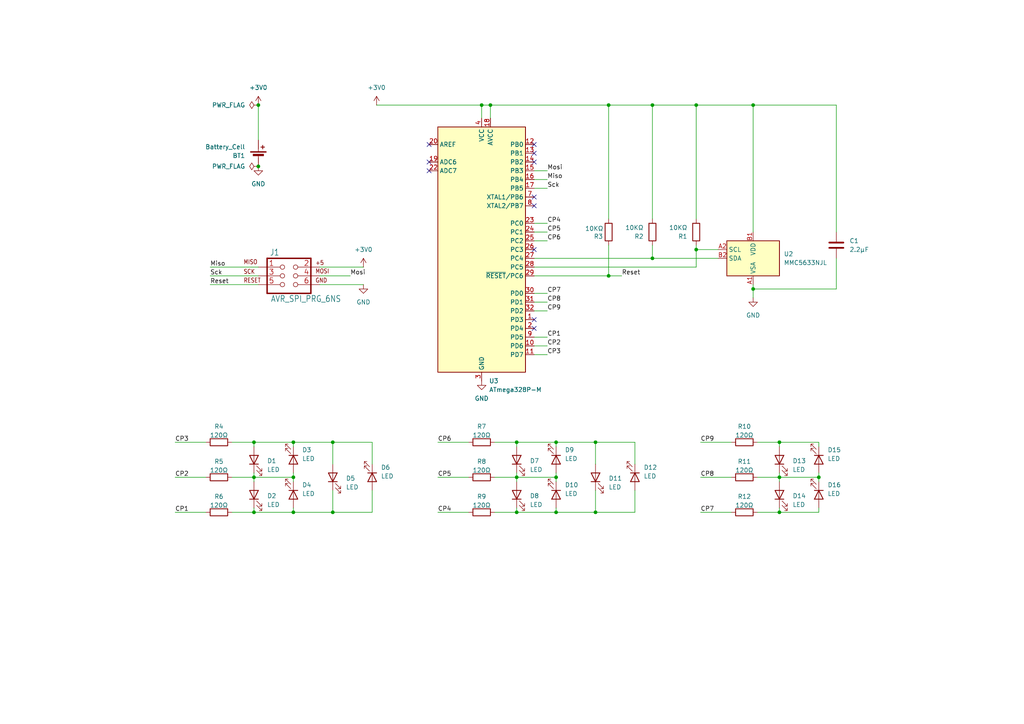
<source format=kicad_sch>
(kicad_sch (version 20250114) (generator "eeschema") (generator_version "9.0")
  (paper "A4")
  (lib_symbols
    (symbol "Device:Battery_Cell" (pin_numbers (hide yes)) (pin_names (offset 0) (hide yes))
      (property "Reference" "BT" (at 2.54 2.54 0))
      (property "Value" "Battery_Cell" (at 2.54 0 0))
      (symbol "Battery_Cell_0_1"
        (rectangle (start -2.286 1.778) (end 2.286 1.524) (fill (type outline)))
        (rectangle (start -1.524 1.016) (end 1.524 0.508) (fill (type outline)))
        (polyline (pts (xy 0 1.778) (xy 0 2.54)))
        (polyline (pts (xy 0 0.762) (xy 0 0)))
        (polyline (pts (xy 0.762 3.048) (xy 1.778 3.048)) (stroke (width 0.254)))
        (polyline (pts (xy 1.27 3.556) (xy 1.27 2.54)) (stroke (width 0.254)))
      )
      (symbol "Battery_Cell_1_1"
        (pin passive line (at 0 5.08 270) (length 2.54) (name "+") (number "1"))
        (pin passive line (at 0 -2.54 90) (length 2.54) (name "-") (number "2"))
      )
    )
    (symbol "Device:C" (pin_numbers (hide yes)) (pin_names (offset 0.254))
      (property "Reference" "C" (at 0.635 2.54 0))
      (property "Value" "C" (at 0.635 -2.54 0))
      (symbol "C_0_1"
        (polyline (pts (xy -2.032 0.762) (xy 2.032 0.762)) (stroke (width 0.508)))
        (polyline (pts (xy -2.032 -0.762) (xy 2.032 -0.762)) (stroke (width 0.508)))
      )
      (symbol "C_1_1"
        (pin passive line (at 0 3.81 270) (length 2.794) (name "~") (number "1"))
        (pin passive line (at 0 -3.81 90) (length 2.794) (name "~") (number "2"))
      )
    )
    (symbol "Device:LED" (pin_numbers (hide yes)) (pin_names (offset 1.016) (hide yes))
      (property "Reference" "D" (at 0 2.54 0))
      (property "Value" "LED" (at 0 -2.54 0))
      (symbol "LED_0_1"
        (polyline (pts (xy -3.048 -0.762) (xy -4.572 -2.286) (xy -3.81 -2.286) (xy -4.572 -2.286) (xy -4.572 -1.524)))
        (polyline (pts (xy -1.778 -0.762) (xy -3.302 -2.286) (xy -2.54 -2.286) (xy -3.302 -2.286) (xy -3.302 -1.524)))
        (polyline (pts (xy -1.27 0) (xy 1.27 0)))
        (polyline (pts (xy -1.27 -1.27) (xy -1.27 1.27)) (stroke (width 0.254)))
        (polyline (pts (xy 1.27 -1.27) (xy 1.27 1.27) (xy -1.27 0) (xy 1.27 -1.27)) (stroke (width 0.254)))
      )
      (symbol "LED_1_1"
        (pin passive line (at -3.81 0 0) (length 2.54) (name "K") (number "1"))
        (pin passive line (at 3.81 0 180) (length 2.54) (name "A") (number "2"))
      )
    )
    (symbol "Device:R" (pin_numbers (hide yes)) (pin_names (offset 0))
      (property "Reference" "R" (at 2.032 0 90))
      (property "Value" "R" (at 0 0 90))
      (symbol "R_0_1"
        (rectangle (start -1.016 -2.54) (end 1.016 2.54) (stroke (width 0.254)))
      )
      (symbol "R_1_1"
        (pin passive line (at 0 3.81 270) (length 1.27) (name "~") (number "1"))
        (pin passive line (at 0 -3.81 90) (length 1.27) (name "~") (number "2"))
      )
    )
    (symbol "KeyChaininoTHT-eagle-import:AVR_SPI_PRG_6NS"
      (property "Reference" "J" (at -4.318 5.842 0))
      (symbol "AVR_SPI_PRG_6NS_1_0"
        (polyline (pts (xy -5.08 5.08) (xy -5.08 -5.08)) (stroke (width 0.4064)))
        (polyline (pts (xy -5.08 -5.08) (xy 7.62 -5.08)) (stroke (width 0.4064)))
        (polyline (pts (xy 7.62 5.08) (xy -5.08 5.08)) (stroke (width 0.4064)))
        (polyline (pts (xy 7.62 -5.08) (xy 7.62 5.08)) (stroke (width 0.4064)))
        (text "MISO" (at -11.938 3.302 0) (effects (font (size 1.27 1.0795)) (justify left bottom)))
        (text "SCK" (at -11.938 0.508 0) (effects (font (size 1.27 1.0795)) (justify left bottom)))
        (text "RESET" (at -11.938 -2.032 0) (effects (font (size 1.27 1.0795)) (justify left bottom)))
        (text "+5" (at 8.89 3.048 0) (effects (font (size 1.27 1.0795)) (justify left bottom)))
        (text "MOSI" (at 8.89 0.635 0) (effects (font (size 1.27 1.0795)) (justify left bottom)))
        (text "GND" (at 8.89 -2.032 0) (effects (font (size 1.27 1.0795)) (justify left bottom)))
        (pin passive inverted (at -7.62 2.54 0) (length 7.62) (name "1") (number "1"))
        (pin passive inverted (at -7.62 0 0) (length 7.62) (name "3") (number "3"))
        (pin passive inverted (at -7.62 -2.54 0) (length 7.62) (name "5") (number "5"))
        (pin passive inverted (at 10.16 2.54 180) (length 7.62) (name "2") (number "2"))
        (pin passive inverted (at 10.16 0 180) (length 7.62) (name "4") (number "4"))
        (pin passive inverted (at 10.16 -2.54 180) (length 7.62) (name "6") (number "6"))
      )
    )
    (symbol "MCU_Microchip_ATmega:ATmega328P-M"
      (property "Reference" "U" (at -12.7 36.83 0))
      (property "Value" "ATmega328P-M" (at 2.54 -36.83 0))
      (symbol "ATmega328P-M_0_1"
        (rectangle (start -12.7 -35.56) (end 12.7 35.56) (stroke (width 0.254)) (fill (type background)))
      )
      (symbol "ATmega328P-M_1_1"
        (pin passive line (at -15.24 30.48 0) (length 2.54) (name "AREF") (number "20"))
        (pin input line (at -15.24 25.4 0) (length 2.54) (name "ADC6") (number "19"))
        (pin input line (at -15.24 22.86 0) (length 2.54) (name "ADC7") (number "22"))
        (pin power_in line (at 0 38.1 270) (length 2.54) (name "VCC") (number "4"))
        (pin passive line (at 0 38.1 270) (length 2.54) (hide yes) (name "VCC") (number "6"))
        (pin passive line (at 0 -38.1 90) (length 2.54) (hide yes) (name "GND") (number "21"))
        (pin power_in line (at 0 -38.1 90) (length 2.54) (name "GND") (number "3"))
        (pin passive line (at 0 -38.1 90) (length 2.54) (hide yes) (name "GND") (number "33"))
        (pin passive line (at 0 -38.1 90) (length 2.54) (hide yes) (name "GND") (number "5"))
        (pin power_in line (at 2.54 38.1 270) (length 2.54) (name "AVCC") (number "18"))
        (pin bidirectional line (at 15.24 30.48 180) (length 2.54) (name "PB0") (number "12"))
        (pin bidirectional line (at 15.24 27.94 180) (length 2.54) (name "PB1") (number "13"))
        (pin bidirectional line (at 15.24 25.4 180) (length 2.54) (name "PB2") (number "14"))
        (pin bidirectional line (at 15.24 22.86 180) (length 2.54) (name "PB3") (number "15"))
        (pin bidirectional line (at 15.24 20.32 180) (length 2.54) (name "PB4") (number "16"))
        (pin bidirectional line (at 15.24 17.78 180) (length 2.54) (name "PB5") (number "17"))
        (pin bidirectional line (at 15.24 15.24 180) (length 2.54) (name "XTAL1/PB6") (number "7"))
        (pin bidirectional line (at 15.24 12.7 180) (length 2.54) (name "XTAL2/PB7") (number "8"))
        (pin bidirectional line (at 15.24 7.62 180) (length 2.54) (name "PC0") (number "23"))
        (pin bidirectional line (at 15.24 5.08 180) (length 2.54) (name "PC1") (number "24"))
        (pin bidirectional line (at 15.24 2.54 180) (length 2.54) (name "PC2") (number "25"))
        (pin bidirectional line (at 15.24 0 180) (length 2.54) (name "PC3") (number "26"))
        (pin bidirectional line (at 15.24 -2.54 180) (length 2.54) (name "PC4") (number "27"))
        (pin bidirectional line (at 15.24 -5.08 180) (length 2.54) (name "PC5") (number "28"))
        (pin bidirectional line (at 15.24 -7.62 180) (length 2.54) (name "~{RESET}/PC6") (number "29"))
        (pin bidirectional line (at 15.24 -12.7 180) (length 2.54) (name "PD0") (number "30"))
        (pin bidirectional line (at 15.24 -15.24 180) (length 2.54) (name "PD1") (number "31"))
        (pin bidirectional line (at 15.24 -17.78 180) (length 2.54) (name "PD2") (number "32"))
        (pin bidirectional line (at 15.24 -20.32 180) (length 2.54) (name "PD3") (number "1"))
        (pin bidirectional line (at 15.24 -22.86 180) (length 2.54) (name "PD4") (number "2"))
        (pin bidirectional line (at 15.24 -25.4 180) (length 2.54) (name "PD5") (number "9"))
        (pin bidirectional line (at 15.24 -27.94 180) (length 2.54) (name "PD6") (number "10"))
        (pin bidirectional line (at 15.24 -30.48 180) (length 2.54) (name "PD7") (number "11"))
      )
    )
    (symbol "Sensor_Magnetic:MMC5633NJL"
      (property "Reference" "U" (at -2.54 8.255 0))
      (property "Value" "MMC5633NJL" (at -2.54 6.35 0))
      (symbol "MMC5633NJL_0_1"
        (rectangle (start -7.62 -5.08) (end 7.62 5.08) (stroke (width 0.254)) (fill (type background)))
      )
      (symbol "MMC5633NJL_1_1"
        (pin input line (at -10.16 2.54 0) (length 2.54) (name "SCL") (number "A2"))
        (pin bidirectional line (at -10.16 0 0) (length 2.54) (name "SDA") (number "B2"))
        (pin power_in line (at 0 7.62 270) (length 2.54) (name "VDD") (number "B1"))
        (pin power_in line (at 0 -7.62 90) (length 2.54) (name "VSA") (number "A1"))
      )
    )
    (symbol "power:+3V0" (power) (pin_numbers (hide yes)) (pin_names (offset 0) (hide yes))
      (property "Value" "+3V0" (at 0 3.556 0))
      (symbol "+3V0_0_1"
        (polyline (pts (xy -0.762 1.27) (xy 0 2.54)))
        (polyline (pts (xy 0 2.54) (xy 0.762 1.27)))
        (polyline (pts (xy 0 0) (xy 0 2.54)))
      )
      (symbol "+3V0_1_1"
        (pin power_in line (at 0 0 90) (length 0) (name "~") (number "1"))
      )
    )
    (symbol "power:GND" (power) (pin_numbers (hide yes)) (pin_names (offset 0) (hide yes))
      (property "Value" "GND" (at 0 -3.81 0))
      (symbol "GND_0_1"
        (polyline (pts (xy 0 0) (xy 0 -1.27) (xy 1.27 -1.27) (xy 0 -2.54) (xy -1.27 -1.27) (xy 0 -1.27)))
      )
      (symbol "GND_1_1"
        (pin power_in line (at 0 0 270) (length 0) (name "~") (number "1"))
      )
    )
    (symbol "power:PWR_FLAG" (power) (pin_numbers (hide yes)) (pin_names (offset 0) (hide yes))
      (property "Value" "PWR_FLAG" (at 0 3.81 0))
      (symbol "PWR_FLAG_0_0"
        (pin power_out line (at 0 0 90) (length 0) (name "~") (number "1"))
      )
      (symbol "PWR_FLAG_0_1"
        (polyline (pts (xy 0 0) (xy 0 1.27) (xy -1.016 1.905) (xy 0 2.54) (xy 1.016 1.905) (xy 0 1.27)))
      )
    )
  )
  (junction (at 161.29 128.27))
  (junction (at 142.24 30.48))
  (junction (at 74.93 48.26))
  (junction (at 85.09 138.43))
  (junction (at 218.44 30.48))
  (junction (at 73.66 138.43))
  (junction (at 172.72 148.59))
  (junction (at 226.06 138.43))
  (junction (at 139.7 30.48))
  (junction (at 189.23 74.93))
  (junction (at 74.93 30.48))
  (junction (at 226.06 128.27))
  (junction (at 96.52 128.27))
  (junction (at 218.44 83.82))
  (junction (at 237.49 138.43))
  (junction (at 189.23 30.48))
  (junction (at 96.52 148.59))
  (junction (at 73.66 148.59))
  (junction (at 149.86 138.43))
  (junction (at 85.09 148.59))
  (junction (at 149.86 148.59))
  (junction (at 161.29 148.59))
  (junction (at 161.29 138.43))
  (junction (at 176.53 30.48))
  (junction (at 73.66 128.27))
  (junction (at 226.06 148.59))
  (junction (at 201.93 72.39))
  (junction (at 85.09 128.27))
  (junction (at 201.93 30.48))
  (junction (at 172.72 128.27))
  (junction (at 149.86 128.27))
  (junction (at 176.53 80.01))
  (no_connect (at 154.94 44.45))
  (no_connect (at 154.94 57.15))
  (no_connect (at 154.94 92.71))
  (no_connect (at 154.94 59.69))
  (no_connect (at 124.46 46.99))
  (no_connect (at 154.94 95.25))
  (no_connect (at 154.94 72.39))
  (no_connect (at 124.46 41.91))
  (no_connect (at 154.94 41.91))
  (no_connect (at 154.94 46.99))
  (no_connect (at 124.46 49.53))
  (wire (pts (xy 172.72 142.24) (xy 172.72 148.59)))
  (wire (pts (xy 161.29 138.43) (xy 149.86 138.43)))
  (wire (pts (xy 92.71 82.55) (xy 105.41 82.55)))
  (wire (pts (xy 218.44 83.82) (xy 218.44 86.36)))
  (wire (pts (xy 237.49 138.43) (xy 226.06 138.43)))
  (wire (pts (xy 154.94 80.01) (xy 176.53 80.01)))
  (wire (pts (xy 172.72 128.27) (xy 184.15 128.27)))
  (wire (pts (xy 92.71 77.47) (xy 105.41 77.47)))
  (wire (pts (xy 237.49 137.16) (xy 237.49 138.43)))
  (wire (pts (xy 237.49 147.32) (xy 237.49 148.59)))
  (wire (pts (xy 189.23 30.48) (xy 201.93 30.48)))
  (wire (pts (xy 149.86 138.43) (xy 149.86 139.7)))
  (wire (pts (xy 73.66 138.43) (xy 73.66 139.7)))
  (wire (pts (xy 73.66 147.32) (xy 73.66 148.59)))
  (wire (pts (xy 107.95 148.59) (xy 96.52 148.59)))
  (wire (pts (xy 73.66 128.27) (xy 85.09 128.27)))
  (wire (pts (xy 158.75 49.53) (xy 154.94 49.53)))
  (wire (pts (xy 154.94 100.33) (xy 158.75 100.33)))
  (wire (pts (xy 176.53 71.12) (xy 176.53 80.01)))
  (wire (pts (xy 161.29 137.16) (xy 161.29 138.43)))
  (wire (pts (xy 143.51 128.27) (xy 149.86 128.27)))
  (wire (pts (xy 226.06 138.43) (xy 219.71 138.43)))
  (wire (pts (xy 149.86 138.43) (xy 143.51 138.43)))
  (wire (pts (xy 149.86 137.16) (xy 149.86 138.43)))
  (wire (pts (xy 96.52 128.27) (xy 96.52 134.62)))
  (wire (pts (xy 237.49 128.27) (xy 237.49 129.54)))
  (wire (pts (xy 109.22 30.48) (xy 139.7 30.48)))
  (wire (pts (xy 85.09 128.27) (xy 96.52 128.27)))
  (wire (pts (xy 201.93 72.39) (xy 208.28 72.39)))
  (wire (pts (xy 154.94 97.79) (xy 158.75 97.79)))
  (wire (pts (xy 242.57 83.82) (xy 218.44 83.82)))
  (wire (pts (xy 219.71 128.27) (xy 226.06 128.27)))
  (wire (pts (xy 73.66 137.16) (xy 73.66 138.43)))
  (wire (pts (xy 96.52 142.24) (xy 96.52 148.59)))
  (wire (pts (xy 149.86 147.32) (xy 149.86 148.59)))
  (wire (pts (xy 73.66 138.43) (xy 67.31 138.43)))
  (wire (pts (xy 149.86 128.27) (xy 149.86 129.54)))
  (wire (pts (xy 85.09 137.16) (xy 85.09 138.43)))
  (wire (pts (xy 184.15 148.59) (xy 172.72 148.59)))
  (wire (pts (xy 50.8 148.59) (xy 59.69 148.59)))
  (wire (pts (xy 60.96 77.47) (xy 74.93 77.47)))
  (wire (pts (xy 189.23 74.93) (xy 208.28 74.93)))
  (wire (pts (xy 242.57 30.48) (xy 242.57 67.31)))
  (wire (pts (xy 154.94 102.87) (xy 158.75 102.87)))
  (wire (pts (xy 226.06 147.32) (xy 226.06 148.59)))
  (wire (pts (xy 96.52 128.27) (xy 107.95 128.27)))
  (wire (pts (xy 107.95 128.27) (xy 107.95 134.62)))
  (wire (pts (xy 154.94 52.07) (xy 158.75 52.07)))
  (wire (pts (xy 237.49 138.43) (xy 237.49 139.7)))
  (wire (pts (xy 154.94 90.17) (xy 158.75 90.17)))
  (wire (pts (xy 237.49 148.59) (xy 226.06 148.59)))
  (wire (pts (xy 67.31 128.27) (xy 73.66 128.27)))
  (wire (pts (xy 154.94 67.31) (xy 158.75 67.31)))
  (wire (pts (xy 201.93 30.48) (xy 201.93 63.5)))
  (wire (pts (xy 176.53 30.48) (xy 176.53 63.5)))
  (wire (pts (xy 73.66 148.59) (xy 67.31 148.59)))
  (wire (pts (xy 73.66 128.27) (xy 73.66 129.54)))
  (wire (pts (xy 161.29 138.43) (xy 161.29 139.7)))
  (wire (pts (xy 154.94 69.85) (xy 158.75 69.85)))
  (wire (pts (xy 184.15 142.24) (xy 184.15 148.59)))
  (wire (pts (xy 176.53 30.48) (xy 189.23 30.48)))
  (wire (pts (xy 226.06 128.27) (xy 237.49 128.27)))
  (wire (pts (xy 139.7 30.48) (xy 139.7 34.29)))
  (wire (pts (xy 226.06 128.27) (xy 226.06 129.54)))
  (wire (pts (xy 74.93 30.48) (xy 74.93 40.64)))
  (wire (pts (xy 226.06 138.43) (xy 226.06 139.7)))
  (wire (pts (xy 203.2 128.27) (xy 212.09 128.27)))
  (wire (pts (xy 127 148.59) (xy 135.89 148.59)))
  (wire (pts (xy 218.44 82.55) (xy 218.44 83.82)))
  (wire (pts (xy 161.29 128.27) (xy 161.29 129.54)))
  (wire (pts (xy 203.2 148.59) (xy 212.09 148.59)))
  (wire (pts (xy 60.96 82.55) (xy 74.93 82.55)))
  (wire (pts (xy 154.94 87.63) (xy 158.75 87.63)))
  (wire (pts (xy 127 138.43) (xy 135.89 138.43)))
  (wire (pts (xy 176.53 80.01) (xy 180.34 80.01)))
  (wire (pts (xy 60.96 80.01) (xy 74.93 80.01)))
  (wire (pts (xy 149.86 148.59) (xy 143.51 148.59)))
  (wire (pts (xy 139.7 30.48) (xy 142.24 30.48)))
  (wire (pts (xy 149.86 128.27) (xy 161.29 128.27)))
  (wire (pts (xy 226.06 148.59) (xy 219.71 148.59)))
  (wire (pts (xy 154.94 54.61) (xy 158.75 54.61)))
  (wire (pts (xy 96.52 148.59) (xy 85.09 148.59)))
  (wire (pts (xy 85.09 128.27) (xy 85.09 129.54)))
  (wire (pts (xy 154.94 64.77) (xy 158.75 64.77)))
  (wire (pts (xy 242.57 74.93) (xy 242.57 83.82)))
  (wire (pts (xy 172.72 148.59) (xy 161.29 148.59)))
  (wire (pts (xy 85.09 138.43) (xy 73.66 138.43)))
  (wire (pts (xy 189.23 30.48) (xy 189.23 63.5)))
  (wire (pts (xy 50.8 128.27) (xy 59.69 128.27)))
  (wire (pts (xy 50.8 138.43) (xy 59.69 138.43)))
  (wire (pts (xy 85.09 147.32) (xy 85.09 148.59)))
  (wire (pts (xy 201.93 77.47) (xy 201.93 72.39)))
  (wire (pts (xy 184.15 128.27) (xy 184.15 134.62)))
  (wire (pts (xy 107.95 142.24) (xy 107.95 148.59)))
  (wire (pts (xy 154.94 74.93) (xy 189.23 74.93)))
  (wire (pts (xy 172.72 128.27) (xy 172.72 134.62)))
  (wire (pts (xy 189.23 71.12) (xy 189.23 74.93)))
  (wire (pts (xy 154.94 77.47) (xy 201.93 77.47)))
  (wire (pts (xy 201.93 71.12) (xy 201.93 72.39)))
  (wire (pts (xy 142.24 30.48) (xy 142.24 34.29)))
  (wire (pts (xy 154.94 85.09) (xy 158.75 85.09)))
  (wire (pts (xy 201.93 30.48) (xy 218.44 30.48)))
  (wire (pts (xy 142.24 30.48) (xy 176.53 30.48)))
  (wire (pts (xy 85.09 138.43) (xy 85.09 139.7)))
  (wire (pts (xy 161.29 128.27) (xy 172.72 128.27)))
  (wire (pts (xy 203.2 138.43) (xy 212.09 138.43)))
  (wire (pts (xy 218.44 30.48) (xy 242.57 30.48)))
  (wire (pts (xy 218.44 30.48) (xy 218.44 67.31)))
  (wire (pts (xy 85.09 148.59) (xy 73.66 148.59)))
  (wire (pts (xy 127 128.27) (xy 135.89 128.27)))
  (wire (pts (xy 161.29 148.59) (xy 149.86 148.59)))
  (wire (pts (xy 226.06 137.16) (xy 226.06 138.43)))
  (wire (pts (xy 161.29 147.32) (xy 161.29 148.59)))
  (wire (pts (xy 92.71 80.01) (xy 101.6 80.01)))
  (label "Reset" (at 180.34 80.01 0))
  (label "CP2" (at 50.8 138.43 0))
  (label "Mosi" (at 158.75 49.53 0))
  (label "CP3" (at 158.75 102.87 0))
  (label "CP6" (at 127 128.27 0))
  (label "CP9" (at 203.2 128.27 0))
  (label "Miso" (at 60.96 77.47 0))
  (label "CP8" (at 203.2 138.43 0))
  (label "CP2" (at 158.75 100.33 0))
  (label "Sck" (at 60.96 80.01 0))
  (label "Reset" (at 60.96 82.55 0))
  (label "CP1" (at 158.75 97.79 0))
  (label "CP1" (at 50.8 148.59 0))
  (label "CP7" (at 203.2 148.59 0))
  (label "CP5" (at 127 138.43 0))
  (label "CP6" (at 158.75 69.85 0))
  (label "CP3" (at 50.8 128.27 0))
  (label "CP8" (at 158.75 87.63 0))
  (label "CP4" (at 127 148.59 0))
  (label "Mosi" (at 101.6 80.01 0))
  (label "CP4" (at 158.75 64.77 0))
  (label "Miso" (at 158.75 52.07 0))
  (label "CP7" (at 158.75 85.09 0))
  (label "CP9" (at 158.75 90.17 0))
  (label "CP5" (at 158.75 67.31 0))
  (label "Sck" (at 158.75 54.61 0))
  (symbol (lib_id "Device:LED") (at 161.29 143.51 270) (unit 1)
    (property "Reference" "D10" (at 163.83 140.6524 90) (effects (justify left)))
    (property "Value" "LED" (at 163.83 143.1924 90) (effects (justify left)))
    (property "Footprint" "LED_SMD:LED_01005_0402Metric_Pad0.57x0.30mm_HandSolder" (effects (hide yes)))
    (property "Description" "Light emitting diode" (effects (hide yes)))
    (property "Sim.Pins" "1=K 2=A" (effects (hide yes)))
  )
  (symbol (lib_id "Device:R") (at 215.9 148.59 270) (unit 1)
    (property "Reference" "R12" (at 215.9 144.018 90))
    (property "Value" "120Ω" (at 215.9 146.558 90))
    (property "Footprint" "Resistor_SMD:R_0402_1005Metric_Pad0.72x0.64mm_HandSolder" (effects (hide yes)))
    (property "Description" "Resistor" (effects (hide yes)))
  )
  (symbol (lib_id "power:+3V0") (at 109.22 30.48 0) (unit 1)
    (property "Reference" "#PWR03" (effects (hide yes)))
    (property "Value" "+3V0" (at 109.22 25.4 0))
    (property "Description" "Power symbol creates a global label with name \"+3V0\"" (effects (hide yes)))
  )
  (symbol (lib_id "Device:R") (at 215.9 138.43 270) (unit 1)
    (property "Reference" "R11" (at 215.9 133.858 90))
    (property "Value" "120Ω" (at 215.9 136.398 90))
    (property "Footprint" "Resistor_SMD:R_0402_1005Metric_Pad0.72x0.64mm_HandSolder" (effects (hide yes)))
    (property "Description" "Resistor" (effects (hide yes)))
  )
  (symbol (lib_id "power:+3V0") (at 105.41 77.47 0) (unit 1)
    (property "Reference" "#PWR05" (effects (hide yes)))
    (property "Value" "+3V0" (at 105.41 72.39 0))
    (property "Description" "Power symbol creates a global label with name \"+3V0\"" (effects (hide yes)))
  )
  (symbol (lib_id "Device:LED") (at 226.06 143.51 90) (unit 1)
    (property "Reference" "D14" (at 229.87 143.8274 90) (effects (justify right)))
    (property "Value" "LED" (at 229.87 146.3674 90) (effects (justify right)))
    (property "Footprint" "LED_SMD:LED_01005_0402Metric_Pad0.57x0.30mm_HandSolder" (effects (hide yes)))
    (property "Description" "Light emitting diode" (effects (hide yes)))
    (property "Sim.Pins" "1=K 2=A" (effects (hide yes)))
  )
  (symbol (lib_id "Device:R") (at 63.5 148.59 270) (unit 1)
    (property "Reference" "R6" (at 63.5 144.018 90))
    (property "Value" "120Ω" (at 63.5 146.558 90))
    (property "Footprint" "Resistor_SMD:R_0402_1005Metric_Pad0.72x0.64mm_HandSolder" (effects (hide yes)))
    (property "Description" "Resistor" (effects (hide yes)))
  )
  (symbol (lib_id "Device:LED") (at 172.72 138.43 90) (unit 1)
    (property "Reference" "D11" (at 176.53 138.7474 90) (effects (justify right)))
    (property "Value" "LED" (at 176.53 141.2874 90) (effects (justify right)))
    (property "Footprint" "LED_SMD:LED_01005_0402Metric_Pad0.57x0.30mm_HandSolder" (effects (hide yes)))
    (property "Description" "Light emitting diode" (effects (hide yes)))
    (property "Sim.Pins" "1=K 2=A" (effects (hide yes)))
  )
  (symbol (lib_id "Device:C") (at 242.57 71.12 0) (unit 1)
    (property "Reference" "C1" (at 246.38 69.8499 0) (effects (justify left)))
    (property "Value" "2.2µF" (at 246.38 72.3899 0) (effects (justify left)))
    (property "Footprint" "Capacitor_SMD:C_01005_0402Metric_Pad0.57x0.30mm_HandSolder" (effects (hide yes)))
    (property "Description" "Unpolarized capacitor" (effects (hide yes)))
  )
  (symbol (lib_id "Device:R") (at 176.53 67.31 0) (mirror x) (unit 1)
    (property "Reference" "R3" (at 172.212 68.58 0) (effects (justify left)))
    (property "Value" "10KΩ" (at 169.672 66.294 0) (effects (justify left)))
    (property "Footprint" "Resistor_SMD:R_0402_1005Metric_Pad0.72x0.64mm_HandSolder" (effects (hide yes)))
    (property "Description" "Resistor" (effects (hide yes)))
  )
  (symbol (lib_id "Device:R") (at 139.7 128.27 270) (unit 1)
    (property "Reference" "R7" (at 139.7 123.698 90))
    (property "Value" "120Ω" (at 139.7 126.238 90))
    (property "Footprint" "Resistor_SMD:R_0402_1005Metric_Pad0.72x0.64mm_HandSolder" (effects (hide yes)))
    (property "Description" "Resistor" (effects (hide yes)))
  )
  (symbol (lib_id "Device:LED") (at 184.15 138.43 270) (unit 1)
    (property "Reference" "D12" (at 186.69 135.5724 90) (effects (justify left)))
    (property "Value" "LED" (at 186.69 138.1124 90) (effects (justify left)))
    (property "Footprint" "LED_SMD:LED_01005_0402Metric_Pad0.57x0.30mm_HandSolder" (effects (hide yes)))
    (property "Description" "Light emitting diode" (effects (hide yes)))
    (property "Sim.Pins" "1=K 2=A" (effects (hide yes)))
  )
  (symbol (lib_id "Sensor_Magnetic:MMC5633NJL") (at 218.44 74.93 0) (unit 1)
    (property "Reference" "U2" (at 227.33 73.6599 0) (effects (justify left)))
    (property "Value" "MMC5633NJL" (at 227.33 76.1999 0) (effects (justify left)))
    (property "Footprint" "Package_BGA:WLP-4_0.86x0.86mm_P0.4mm" (effects (hide yes)))
    (property "Datasheet" "http://www.memsic.com/uploadfiles/2020/08/20200827165106864.pdf" (effects (hide yes)))
    (property "Description" "3-axis AMR Magnetometer, 30 G, I2C & I3C  Interface, 2mG RMS, WLP-4" (effects (hide yes)))
  )
  (symbol (lib_id "Device:LED") (at 96.52 138.43 90) (unit 1)
    (property "Reference" "D5" (at 100.33 138.7474 90) (effects (justify right)))
    (property "Value" "LED" (at 100.33 141.2874 90) (effects (justify right)))
    (property "Footprint" "LED_SMD:LED_01005_0402Metric_Pad0.57x0.30mm_HandSolder" (effects (hide yes)))
    (property "Description" "Light emitting diode" (effects (hide yes)))
    (property "Sim.Pins" "1=K 2=A" (effects (hide yes)))
  )
  (symbol (lib_id "Device:LED") (at 161.29 133.35 270) (unit 1)
    (property "Reference" "D9" (at 163.83 130.4924 90) (effects (justify left)))
    (property "Value" "LED" (at 163.83 133.0324 90) (effects (justify left)))
    (property "Footprint" "LED_SMD:LED_01005_0402Metric_Pad0.57x0.30mm_HandSolder" (effects (hide yes)))
    (property "Description" "Light emitting diode" (effects (hide yes)))
    (property "Sim.Pins" "1=K 2=A" (effects (hide yes)))
  )
  (symbol (lib_id "MCU_Microchip_ATmega:ATmega328P-M") (at 139.7 72.39 0) (unit 1)
    (property "Reference" "U3" (at 141.8433 110.49 0) (effects (justify left)))
    (property "Value" "ATmega328P-M" (at 141.8433 113.03 0) (effects (justify left)))
    (property "Footprint" "Package_DFN_QFN:QFN-32-1EP_5x5mm_P0.5mm_EP3.1x3.1mm" (effects (hide yes)))
    (property "Datasheet" "http://ww1.microchip.com/downloads/en/DeviceDoc/ATmega328_P%20AVR%20MCU%20with%20picoPower%20Technology%20Data%20Sheet%2040001984A.pdf" (effects (hide yes)))
    (property "Description" "20MHz, 32kB Flash, 2kB SRAM, 1kB EEPROM, QFN-32" (effects (hide yes)))
  )
  (symbol (lib_id "Device:R") (at 201.93 67.31 180) (unit 1)
    (property "Reference" "R1" (at 199.39 68.5801 0) (effects (justify left)))
    (property "Value" "10KΩ" (at 199.39 66.0401 0) (effects (justify left)))
    (property "Footprint" "Resistor_SMD:R_0402_1005Metric_Pad0.72x0.64mm_HandSolder" (effects (hide yes)))
    (property "Description" "Resistor" (effects (hide yes)))
  )
  (symbol (lib_id "Device:LED") (at 85.09 143.51 270) (unit 1)
    (property "Reference" "D4" (at 87.63 140.6524 90) (effects (justify left)))
    (property "Value" "LED" (at 87.63 143.1924 90) (effects (justify left)))
    (property "Footprint" "LED_SMD:LED_01005_0402Metric_Pad0.57x0.30mm_HandSolder" (effects (hide yes)))
    (property "Description" "Light emitting diode" (effects (hide yes)))
    (property "Sim.Pins" "1=K 2=A" (effects (hide yes)))
  )
  (symbol (lib_id "power:GND") (at 105.41 82.55 0) (unit 1)
    (property "Reference" "#PWR06" (effects (hide yes)))
    (property "Value" "GND" (at 105.41 87.63 0))
    (property "Description" "Power symbol creates a global label with name \"GND\" , ground" (effects (hide yes)))
  )
  (symbol (lib_id "power:PWR_FLAG") (at 74.93 48.26 90) (unit 1)
    (property "Reference" "#FLG02" (effects (hide yes)))
    (property "Value" "PWR_FLAG" (at 71.12 48.2599 90) (effects (justify left)))
    (property "Description" "Special symbol for telling ERC where power comes from" (effects (hide yes)))
  )
  (symbol (lib_id "KeyChaininoTHT-eagle-import:AVR_SPI_PRG_6NS") (at 82.55 80.01 0) (unit 1)
    (property "Reference" "J1" (at 78.232 74.168 0) (effects (font (size 1.778 1.5113)) (justify left bottom)))
    (property "Value" "AVR_SPI_PRG_6NS" (at 78.486 87.63 0) (effects (font (size 1.778 1.5113)) (justify left bottom)))
    (property "Footprint" "Custom Library:2X3-NS" (effects (hide yes)))
  )
  (symbol (lib_id "power:GND") (at 139.7 110.49 0) (unit 1)
    (property "Reference" "#PWR07" (effects (hide yes)))
    (property "Value" "GND" (at 139.7 115.57 0))
    (property "Description" "Power symbol creates a global label with name \"GND\" , ground" (effects (hide yes)))
  )
  (symbol (lib_id "Device:R") (at 215.9 128.27 270) (unit 1)
    (property "Reference" "R10" (at 215.9 123.698 90))
    (property "Value" "120Ω" (at 215.9 126.238 90))
    (property "Footprint" "Resistor_SMD:R_0402_1005Metric_Pad0.72x0.64mm_HandSolder" (effects (hide yes)))
    (property "Description" "Resistor" (effects (hide yes)))
  )
  (symbol (lib_id "Device:R") (at 63.5 128.27 270) (unit 1)
    (property "Reference" "R4" (at 63.5 123.698 90))
    (property "Value" "120Ω" (at 63.5 126.238 90))
    (property "Footprint" "Resistor_SMD:R_0402_1005Metric_Pad0.72x0.64mm_HandSolder" (effects (hide yes)))
    (property "Description" "Resistor" (effects (hide yes)))
  )
  (symbol (lib_id "Device:LED") (at 149.86 143.51 90) (unit 1)
    (property "Reference" "D8" (at 153.67 143.8274 90) (effects (justify right)))
    (property "Value" "LED" (at 153.67 146.3674 90) (effects (justify right)))
    (property "Footprint" "LED_SMD:LED_01005_0402Metric_Pad0.57x0.30mm_HandSolder" (effects (hide yes)))
    (property "Description" "Light emitting diode" (effects (hide yes)))
    (property "Sim.Pins" "1=K 2=A" (effects (hide yes)))
  )
  (symbol (lib_id "Device:R") (at 189.23 67.31 180) (unit 1)
    (property "Reference" "R2" (at 186.69 68.5801 0) (effects (justify left)))
    (property "Value" "10KΩ" (at 186.69 66.0401 0) (effects (justify left)))
    (property "Footprint" "Resistor_SMD:R_0402_1005Metric_Pad0.72x0.64mm_HandSolder" (effects (hide yes)))
    (property "Description" "Resistor" (effects (hide yes)))
  )
  (symbol (lib_id "power:GND") (at 218.44 86.36 0) (unit 1)
    (property "Reference" "#PWR04" (effects (hide yes)))
    (property "Value" "GND" (at 218.44 91.44 0))
    (property "Description" "Power symbol creates a global label with name \"GND\" , ground" (effects (hide yes)))
  )
  (symbol (lib_id "power:PWR_FLAG") (at 74.93 30.48 90) (unit 1)
    (property "Reference" "#FLG01" (effects (hide yes)))
    (property "Value" "PWR_FLAG" (at 71.12 30.4799 90) (effects (justify left)))
    (property "Description" "Special symbol for telling ERC where power comes from" (effects (hide yes)))
  )
  (symbol (lib_id "Device:LED") (at 237.49 133.35 270) (unit 1)
    (property "Reference" "D15" (at 240.03 130.4924 90) (effects (justify left)))
    (property "Value" "LED" (at 240.03 133.0324 90) (effects (justify left)))
    (property "Footprint" "LED_SMD:LED_01005_0402Metric_Pad0.57x0.30mm_HandSolder" (effects (hide yes)))
    (property "Description" "Light emitting diode" (effects (hide yes)))
    (property "Sim.Pins" "1=K 2=A" (effects (hide yes)))
  )
  (symbol (lib_id "Device:LED") (at 226.06 133.35 90) (unit 1)
    (property "Reference" "D13" (at 229.87 133.6674 90) (effects (justify right)))
    (property "Value" "LED" (at 229.87 136.2074 90) (effects (justify right)))
    (property "Footprint" "LED_SMD:LED_01005_0402Metric_Pad0.57x0.30mm_HandSolder" (effects (hide yes)))
    (property "Description" "Light emitting diode" (effects (hide yes)))
    (property "Sim.Pins" "1=K 2=A" (effects (hide yes)))
  )
  (symbol (lib_id "power:GND") (at 74.93 48.26 0) (unit 1)
    (property "Reference" "#PWR02" (effects (hide yes)))
    (property "Value" "GND" (at 74.93 53.34 0))
    (property "Description" "Power symbol creates a global label with name \"GND\" , ground" (effects (hide yes)))
  )
  (symbol (lib_id "power:+3V0") (at 74.93 30.48 0) (unit 1)
    (property "Reference" "#PWR01" (effects (hide yes)))
    (property "Value" "+3V0" (at 74.93 25.4 0))
    (property "Description" "Power symbol creates a global label with name \"+3V0\"" (effects (hide yes)))
  )
  (symbol (lib_id "Device:LED") (at 237.49 143.51 270) (unit 1)
    (property "Reference" "D16" (at 240.03 140.6524 90) (effects (justify left)))
    (property "Value" "LED" (at 240.03 143.1924 90) (effects (justify left)))
    (property "Footprint" "LED_SMD:LED_01005_0402Metric_Pad0.57x0.30mm_HandSolder" (effects (hide yes)))
    (property "Description" "Light emitting diode" (effects (hide yes)))
    (property "Sim.Pins" "1=K 2=A" (effects (hide yes)))
  )
  (symbol (lib_id "Device:R") (at 139.7 148.59 270) (unit 1)
    (property "Reference" "R9" (at 139.7 144.018 90))
    (property "Value" "120Ω" (at 139.7 146.558 90))
    (property "Footprint" "Resistor_SMD:R_0402_1005Metric_Pad0.72x0.64mm_HandSolder" (effects (hide yes)))
    (property "Description" "Resistor" (effects (hide yes)))
  )
  (symbol (lib_id "Device:LED") (at 73.66 143.51 90) (unit 1)
    (property "Reference" "D2" (at 77.47 143.8274 90) (effects (justify right)))
    (property "Value" "LED" (at 77.47 146.3674 90) (effects (justify right)))
    (property "Footprint" "LED_SMD:LED_01005_0402Metric_Pad0.57x0.30mm_HandSolder" (effects (hide yes)))
    (property "Description" "Light emitting diode" (effects (hide yes)))
    (property "Sim.Pins" "1=K 2=A" (effects (hide yes)))
  )
  (symbol (lib_id "Device:LED") (at 73.66 133.35 90) (unit 1)
    (property "Reference" "D1" (at 77.47 133.6674 90) (effects (justify right)))
    (property "Value" "LED" (at 77.47 136.2074 90) (effects (justify right)))
    (property "Footprint" "LED_SMD:LED_01005_0402Metric_Pad0.57x0.30mm_HandSolder" (effects (hide yes)))
    (property "Description" "Light emitting diode" (effects (hide yes)))
    (property "Sim.Pins" "1=K 2=A" (effects (hide yes)))
  )
  (symbol (lib_id "Device:Battery_Cell") (at 74.93 45.72 0) (unit 1)
    (property "Reference" "BT1" (at 71.12 45.1486 0) (effects (justify right)))
    (property "Value" "Battery_Cell" (at 71.12 42.6086 0) (effects (justify right)))
    (property "Footprint" "Battery:BatteryHolder_Keystone_3034_1x20mm" (effects (hide yes)))
    (property "Description" "Single-cell battery" (effects (hide yes)))
  )
  (symbol (lib_id "Device:R") (at 63.5 138.43 270) (unit 1)
    (property "Reference" "R5" (at 63.5 133.858 90))
    (property "Value" "120Ω" (at 63.5 136.398 90))
    (property "Footprint" "Resistor_SMD:R_0402_1005Metric_Pad0.72x0.64mm_HandSolder" (effects (hide yes)))
    (property "Description" "Resistor" (effects (hide yes)))
  )
  (symbol (lib_id "Device:R") (at 139.7 138.43 270) (unit 1)
    (property "Reference" "R8" (at 139.7 133.858 90))
    (property "Value" "120Ω" (at 139.7 136.398 90))
    (property "Footprint" "Resistor_SMD:R_0402_1005Metric_Pad0.72x0.64mm_HandSolder" (effects (hide yes)))
    (property "Description" "Resistor" (effects (hide yes)))
  )
  (symbol (lib_id "Device:LED") (at 107.95 138.43 270) (unit 1)
    (property "Reference" "D6" (at 110.49 135.5724 90) (effects (justify left)))
    (property "Value" "LED" (at 110.49 138.1124 90) (effects (justify left)))
    (property "Footprint" "LED_SMD:LED_01005_0402Metric_Pad0.57x0.30mm_HandSolder" (effects (hide yes)))
    (property "Description" "Light emitting diode" (effects (hide yes)))
    (property "Sim.Pins" "1=K 2=A" (effects (hide yes)))
  )
  (symbol (lib_id "Device:LED") (at 85.09 133.35 270) (unit 1)
    (property "Reference" "D3" (at 87.63 130.4924 90) (effects (justify left)))
    (property "Value" "LED" (at 87.63 133.0324 90) (effects (justify left)))
    (property "Footprint" "LED_SMD:LED_01005_0402Metric_Pad0.57x0.30mm_HandSolder" (effects (hide yes)))
    (property "Description" "Light emitting diode" (effects (hide yes)))
    (property "Sim.Pins" "1=K 2=A" (effects (hide yes)))
  )
  (symbol (lib_id "Device:LED") (at 149.86 133.35 90) (unit 1)
    (property "Reference" "D7" (at 153.67 133.6674 90) (effects (justify right)))
    (property "Value" "LED" (at 153.67 136.2074 90) (effects (justify right)))
    (property "Footprint" "LED_SMD:LED_01005_0402Metric_Pad0.57x0.30mm_HandSolder" (effects (hide yes)))
    (property "Description" "Light emitting diode" (effects (hide yes)))
    (property "Sim.Pins" "1=K 2=A" (effects (hide yes)))
  )
)
</source>
